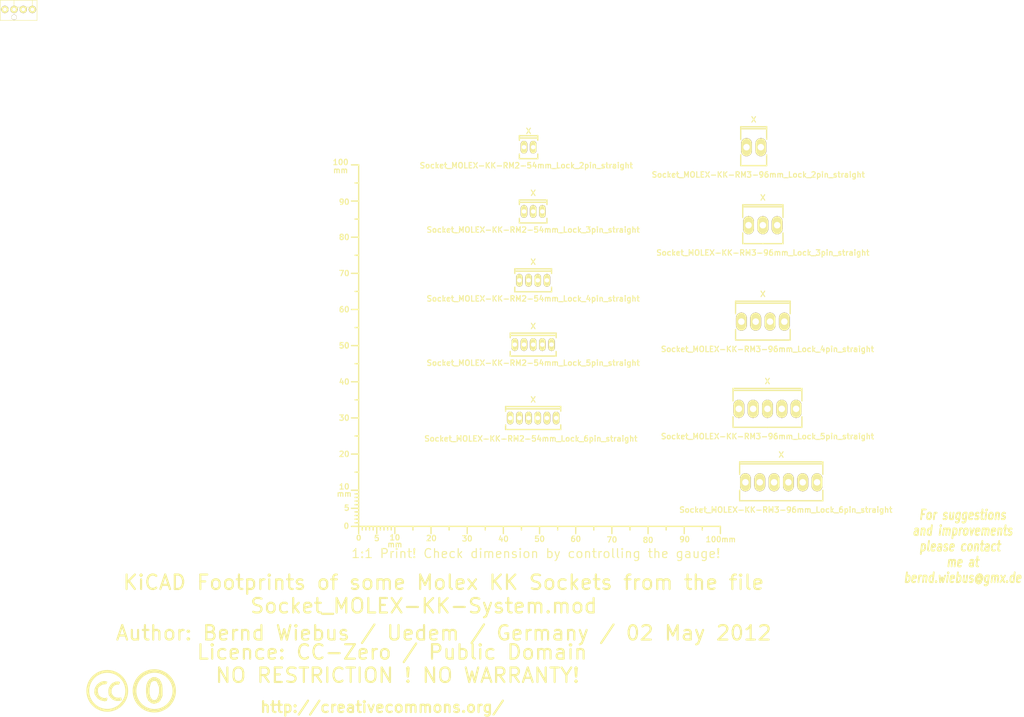
<source format=kicad_pcb>
(kicad_pcb (version 3) (host pcbnew "(2013-03-30 BZR 4007)-stable")

  (general
    (links 0)
    (no_connects 0)
    (area -13.40696 -31.671484 248.903066 197.6694)
    (thickness 1.6002)
    (drawings 7)
    (tracks 0)
    (zones 0)
    (modules 13)
    (nets 1)
  )

  (page A4)
  (layers
    (15 Vorderseite signal)
    (0 Rückseite signal)
    (16 B.Adhes user)
    (17 F.Adhes user)
    (18 B.Paste user)
    (19 F.Paste user)
    (20 B.SilkS user)
    (21 F.SilkS user)
    (22 B.Mask user)
    (23 F.Mask user)
    (24 Dwgs.User user)
    (25 Cmts.User user)
    (26 Eco1.User user)
    (27 Eco2.User user)
    (28 Edge.Cuts user)
  )

  (setup
    (last_trace_width 0.2032)
    (trace_clearance 0.254)
    (zone_clearance 0.508)
    (zone_45_only no)
    (trace_min 0.2032)
    (segment_width 0.381)
    (edge_width 0.381)
    (via_size 0.889)
    (via_drill 0.635)
    (via_min_size 0.889)
    (via_min_drill 0.508)
    (uvia_size 0.508)
    (uvia_drill 0.127)
    (uvias_allowed no)
    (uvia_min_size 0.508)
    (uvia_min_drill 0.127)
    (pcb_text_width 0.3048)
    (pcb_text_size 1.524 2.032)
    (mod_edge_width 0.381)
    (mod_text_size 1.524 1.524)
    (mod_text_width 0.3048)
    (pad_size 1.524 1.524)
    (pad_drill 0.8128)
    (pad_to_mask_clearance 0.254)
    (aux_axis_origin 0 0)
    (visible_elements 7FFFFFFF)
    (pcbplotparams
      (layerselection 3178497)
      (usegerberextensions true)
      (excludeedgelayer true)
      (linewidth 60)
      (plotframeref false)
      (viasonmask false)
      (mode 1)
      (useauxorigin false)
      (hpglpennumber 1)
      (hpglpenspeed 20)
      (hpglpendiameter 15)
      (hpglpenoverlay 0)
      (psnegative false)
      (psa4output false)
      (plotreference true)
      (plotvalue true)
      (plotothertext true)
      (plotinvisibletext false)
      (padsonsilk false)
      (subtractmaskfromsilk false)
      (outputformat 1)
      (mirror false)
      (drillshape 1)
      (scaleselection 1)
      (outputdirectory ""))
  )

  (net 0 "")

  (net_class Default "Dies ist die voreingestellte Netzklasse."
    (clearance 0.254)
    (trace_width 0.2032)
    (via_dia 0.889)
    (via_drill 0.635)
    (uvia_dia 0.508)
    (uvia_drill 0.127)
    (add_net "")
  )
  
  (module Socket_MOLEX_KK_47053-1000 (layer F.Cu) (tedit 576AB9A7)  
  (fp_text value 47053-1000 (at 0 -5.08) (layer F.Fab)
    (effects (font (size 1 1) (thickness 0.15)))
  )
    (fp_line (start -1.29 -0.64) (end 3.79 -0.64) (layer F.SilkS) (width 0.15))
    (fp_line (start 3.79 -0.64) (end 3.79 -2.54) (layer F.SilkS) (width 0.15))
    (fp_line (start 3.79 -2.54) (end -1.29 -2.54) (layer F.SilkS) (width 0.15))
    (fp_line (start -1.29 -0.64) (end -1.29 -2.54) (layer F.SilkS) (width 0.15))
    (fp_line (start -5.08 -2.54) (end -5.08 3.03) (layer F.SilkS) (width 0.15))
    (fp_line (start -5.08 3.03) (end 5.08 3.03) (layer F.SilkS) (width 0.15))
    (fp_line (start 5.08 3.03) (end 5.08 -2.54) (layer F.SilkS) (width 0.15))
    (fp_line (start 5.08 -2.54) (end -5.08 -2.54) (layer F.SilkS) (width 0.15))
    (pad 1 thru_hole circle (at -3.81 0) (size 2.032 2.032) (drill 1.016) (layers B.Cu F.SilkS B.Mask))
    (pad 2 thru_hole circle (at -1.27 0) (size 2.032 2.032) (drill 1.016) (layers B.Cu F.SilkS B.Mask))
    (pad 3 thru_hole circle (at 1.27 0) (size 2.032 2.032) (drill 1.016) (layers B.Cu F.SilkS B.Mask))
    (pad 4 thru_hole circle (at 3.81 0) (size 2.032 2.032) (drill 1.016) (layers B.Cu F.SilkS B.Mask))
    (pad 5 thru_hole circle (at -1.27 2.16) (size 1.4 1.4) (drill 1.25) (layers *.Cu *.Mask F.SilkS))
 )

  (module Gauge_100mm_Type2_SilkScreenTop_RevA_Date22Jun2010 (layer Vorderseite) (tedit 4D963937) (tstamp 4D88F07A)
    (at 94 143)
    (descr "Gauge, Massstab, 100mm, SilkScreenTop, Type 2,")
    (tags "Gauge, Massstab, 100mm, SilkScreenTop, Type 2,")
    (path Gauge_100mm_Type2_SilkScreenTop_RevA_Date22Jun2010)
    (fp_text reference MSC (at 4.0005 8.99922) (layer F.SilkS) hide
      (effects (font (size 1.524 1.524) (thickness 0.3048)))
    )
    (fp_text value Gauge_100mm_Type2_SilkScreenTop_RevA_Date22Jun2010 (at 45.9994 8.99922) (layer F.SilkS) hide
      (effects (font (size 1.524 1.524) (thickness 0.3048)))
    )
    (fp_text user mm (at 9.99998 5.00126) (layer F.SilkS)
      (effects (font (size 1.524 1.524) (thickness 0.3048)))
    )
    (fp_text user mm (at -4.0005 -8.99922) (layer F.SilkS)
      (effects (font (size 1.524 1.524) (thickness 0.3048)))
    )
    (fp_text user mm (at -5.00126 -98.5012) (layer F.SilkS)
      (effects (font (size 1.524 1.524) (thickness 0.3048)))
    )
    (fp_text user 10 (at 10.00506 3.0988) (layer F.SilkS)
      (effects (font (size 1.50114 1.50114) (thickness 0.29972)))
    )
    (fp_text user 0 (at 0.00508 3.19786) (layer F.SilkS)
      (effects (font (size 1.39954 1.50114) (thickness 0.29972)))
    )
    (fp_text user 5 (at 5.0038 3.29946) (layer F.SilkS)
      (effects (font (size 1.50114 1.50114) (thickness 0.29972)))
    )
    (fp_text user 20 (at 20.1041 3.29946) (layer F.SilkS)
      (effects (font (size 1.50114 1.50114) (thickness 0.29972)))
    )
    (fp_text user 30 (at 30.00502 3.39852) (layer F.SilkS)
      (effects (font (size 1.50114 1.50114) (thickness 0.29972)))
    )
    (fp_text user 40 (at 40.005 3.50012) (layer F.SilkS)
      (effects (font (size 1.50114 1.50114) (thickness 0.29972)))
    )
    (fp_text user 50 (at 50.00498 3.50012) (layer F.SilkS)
      (effects (font (size 1.50114 1.50114) (thickness 0.29972)))
    )
    (fp_text user 60 (at 60.00496 3.50012) (layer F.SilkS)
      (effects (font (size 1.50114 1.50114) (thickness 0.29972)))
    )
    (fp_text user 70 (at 70.00494 3.70078) (layer F.SilkS)
      (effects (font (size 1.50114 1.50114) (thickness 0.29972)))
    )
    (fp_text user 80 (at 80.00492 3.79984) (layer F.SilkS)
      (effects (font (size 1.50114 1.50114) (thickness 0.29972)))
    )
    (fp_text user 90 (at 90.1065 3.60172) (layer F.SilkS)
      (effects (font (size 1.50114 1.50114) (thickness 0.29972)))
    )
    (fp_text user 100mm (at 100.10648 3.60172) (layer F.SilkS)
      (effects (font (size 1.50114 1.50114) (thickness 0.29972)))
    )
    (fp_line (start 0 -8.99922) (end -1.00076 -8.99922) (layer F.SilkS) (width 0.381))
    (fp_line (start 0 -8.001) (end -1.00076 -8.001) (layer F.SilkS) (width 0.381))
    (fp_line (start 0 -7.00024) (end -1.00076 -7.00024) (layer F.SilkS) (width 0.381))
    (fp_line (start 0 -5.99948) (end -1.00076 -5.99948) (layer F.SilkS) (width 0.381))
    (fp_line (start 0 -4.0005) (end -1.00076 -4.0005) (layer F.SilkS) (width 0.381))
    (fp_line (start 0 -2.99974) (end -1.00076 -2.99974) (layer F.SilkS) (width 0.381))
    (fp_line (start 0 -1.99898) (end -1.00076 -1.99898) (layer F.SilkS) (width 0.381))
    (fp_line (start 0 -1.00076) (end -1.00076 -1.00076) (layer F.SilkS) (width 0.381))
    (fp_line (start 0 0) (end -1.99898 0) (layer F.SilkS) (width 0.381))
    (fp_line (start 0 -5.00126) (end -1.99898 -5.00126) (layer F.SilkS) (width 0.381))
    (fp_line (start 0 -9.99998) (end -1.99898 -9.99998) (layer F.SilkS) (width 0.381))
    (fp_line (start 0 -15.00124) (end -1.00076 -15.00124) (layer F.SilkS) (width 0.381))
    (fp_line (start 0 -19.99996) (end -1.99898 -19.99996) (layer F.SilkS) (width 0.381))
    (fp_line (start 0 -25.00122) (end -1.00076 -25.00122) (layer F.SilkS) (width 0.381))
    (fp_line (start 0 -29.99994) (end -1.99898 -29.99994) (layer F.SilkS) (width 0.381))
    (fp_line (start 0 -35.0012) (end -1.00076 -35.0012) (layer F.SilkS) (width 0.381))
    (fp_line (start 0 -39.99992) (end -1.99898 -39.99992) (layer F.SilkS) (width 0.381))
    (fp_line (start 0 -45.00118) (end -1.00076 -45.00118) (layer F.SilkS) (width 0.381))
    (fp_line (start 0 -49.9999) (end -1.99898 -49.9999) (layer F.SilkS) (width 0.381))
    (fp_line (start 0 -55.00116) (end -1.00076 -55.00116) (layer F.SilkS) (width 0.381))
    (fp_line (start 0 -59.99988) (end -1.99898 -59.99988) (layer F.SilkS) (width 0.381))
    (fp_line (start 0 -65.00114) (end -1.00076 -65.00114) (layer F.SilkS) (width 0.381))
    (fp_line (start 0 -69.99986) (end -1.99898 -69.99986) (layer F.SilkS) (width 0.381))
    (fp_line (start 0 -75.00112) (end -1.00076 -75.00112) (layer F.SilkS) (width 0.381))
    (fp_line (start 0 -79.99984) (end -1.99898 -79.99984) (layer F.SilkS) (width 0.381))
    (fp_line (start 0 -85.0011) (end -1.00076 -85.0011) (layer F.SilkS) (width 0.381))
    (fp_line (start 0 -89.99982) (end -1.99898 -89.99982) (layer F.SilkS) (width 0.381))
    (fp_line (start 0 -95.00108) (end -1.00076 -95.00108) (layer F.SilkS) (width 0.381))
    (fp_line (start 0 0) (end 0 -99.9998) (layer F.SilkS) (width 0.381))
    (fp_line (start 0 -99.9998) (end -1.99898 -99.9998) (layer F.SilkS) (width 0.381))
    (fp_text user 100 (at -4.99872 -100.7491) (layer F.SilkS)
      (effects (font (size 1.50114 1.50114) (thickness 0.29972)))
    )
    (fp_text user 90 (at -4.0005 -89.7509) (layer F.SilkS)
      (effects (font (size 1.50114 1.50114) (thickness 0.29972)))
    )
    (fp_text user 80 (at -4.0005 -79.99984) (layer F.SilkS)
      (effects (font (size 1.50114 1.50114) (thickness 0.29972)))
    )
    (fp_text user 70 (at -4.0005 -69.99986) (layer F.SilkS)
      (effects (font (size 1.50114 1.50114) (thickness 0.29972)))
    )
    (fp_text user 60 (at -4.0005 -59.99988) (layer F.SilkS)
      (effects (font (size 1.50114 1.50114) (thickness 0.29972)))
    )
    (fp_text user 50 (at -4.0005 -49.9999) (layer F.SilkS)
      (effects (font (size 1.50114 1.50114) (thickness 0.34036)))
    )
    (fp_text user 40 (at -4.0005 -39.99992) (layer F.SilkS)
      (effects (font (size 1.50114 1.50114) (thickness 0.29972)))
    )
    (fp_text user 30 (at -4.0005 -29.99994) (layer F.SilkS)
      (effects (font (size 1.50114 1.50114) (thickness 0.29972)))
    )
    (fp_text user 20 (at -4.0005 -19.99996) (layer F.SilkS)
      (effects (font (size 1.50114 1.50114) (thickness 0.29972)))
    )
    (fp_line (start 95.00108 0) (end 95.00108 1.00076) (layer F.SilkS) (width 0.381))
    (fp_line (start 89.99982 0) (end 89.99982 1.99898) (layer F.SilkS) (width 0.381))
    (fp_line (start 85.0011 0) (end 85.0011 1.00076) (layer F.SilkS) (width 0.381))
    (fp_line (start 79.99984 0) (end 79.99984 1.99898) (layer F.SilkS) (width 0.381))
    (fp_line (start 75.00112 0) (end 75.00112 1.00076) (layer F.SilkS) (width 0.381))
    (fp_line (start 69.99986 0) (end 69.99986 1.99898) (layer F.SilkS) (width 0.381))
    (fp_line (start 65.00114 0) (end 65.00114 1.00076) (layer F.SilkS) (width 0.381))
    (fp_line (start 59.99988 0) (end 59.99988 1.99898) (layer F.SilkS) (width 0.381))
    (fp_line (start 55.00116 0) (end 55.00116 1.00076) (layer F.SilkS) (width 0.381))
    (fp_line (start 49.9999 0) (end 49.9999 1.99898) (layer F.SilkS) (width 0.381))
    (fp_line (start 45.00118 0) (end 45.00118 1.00076) (layer F.SilkS) (width 0.381))
    (fp_line (start 39.99992 0) (end 39.99992 1.99898) (layer F.SilkS) (width 0.381))
    (fp_line (start 35.0012 0) (end 35.0012 1.00076) (layer F.SilkS) (width 0.381))
    (fp_line (start 29.99994 0) (end 29.99994 1.99898) (layer F.SilkS) (width 0.381))
    (fp_line (start 25.00122 0) (end 25.00122 1.00076) (layer F.SilkS) (width 0.381))
    (fp_line (start 19.99996 0) (end 19.99996 1.99898) (layer F.SilkS) (width 0.381))
    (fp_line (start 15.00124 0) (end 15.00124 1.00076) (layer F.SilkS) (width 0.381))
    (fp_line (start 9.99998 0) (end 99.9998 0) (layer F.SilkS) (width 0.381))
    (fp_line (start 99.9998 0) (end 99.9998 1.99898) (layer F.SilkS) (width 0.381))
    (fp_text user 5 (at -3.302 -5.10286) (layer F.SilkS)
      (effects (font (size 1.50114 1.50114) (thickness 0.29972)))
    )
    (fp_text user 0 (at -3.4036 -0.10414) (layer F.SilkS)
      (effects (font (size 1.50114 1.50114) (thickness 0.29972)))
    )
    (fp_text user 10 (at -4.0005 -11.00074) (layer F.SilkS)
      (effects (font (size 1.50114 1.50114) (thickness 0.29972)))
    )
    (fp_line (start 8.99922 0) (end 8.99922 1.00076) (layer F.SilkS) (width 0.381))
    (fp_line (start 8.001 0) (end 8.001 1.00076) (layer F.SilkS) (width 0.381))
    (fp_line (start 7.00024 0) (end 7.00024 1.00076) (layer F.SilkS) (width 0.381))
    (fp_line (start 5.99948 0) (end 5.99948 1.00076) (layer F.SilkS) (width 0.381))
    (fp_line (start 4.0005 0) (end 4.0005 1.00076) (layer F.SilkS) (width 0.381))
    (fp_line (start 2.99974 0) (end 2.99974 1.00076) (layer F.SilkS) (width 0.381))
    (fp_line (start 1.99898 0) (end 1.99898 1.00076) (layer F.SilkS) (width 0.381))
    (fp_line (start 1.00076 0) (end 1.00076 1.00076) (layer F.SilkS) (width 0.381))
    (fp_line (start 5.00126 0) (end 5.00126 1.99898) (layer F.SilkS) (width 0.381))
    (fp_line (start 0 0) (end 0 1.99898) (layer F.SilkS) (width 0.381))
    (fp_line (start 0 0) (end 9.99998 0) (layer F.SilkS) (width 0.381))
    (fp_line (start 9.99998 0) (end 9.99998 1.99898) (layer F.SilkS) (width 0.381))
  )

  (module Socket_MOLEX-KK-RM2-54mm_Lock_2pin_straight (layer Vorderseite) (tedit 4C373BBD) (tstamp 4FA16EDD)
    (at 140.97 38.1)
    (descr "Socket, MOLEX, KK, RM 2.54mm, Lock, 2pin, straight,")
    (tags "Socket, MOLEX, KK, RM 2.54mm, Lock, 2pin, straight,")
    (path Socket_MOLEX-KK-RM2-54mm_Lock_2pin_straight)
    (fp_text reference X (at 0 -4.445) (layer F.SilkS)
      (effects (font (size 1.524 1.524) (thickness 0.3048)))
    )
    (fp_text value Socket_MOLEX-KK-RM2-54mm_Lock_2pin_straight (at -0.635 5.08) (layer F.SilkS)
      (effects (font (size 1.524 1.524) (thickness 0.3048)))
    )
    (fp_line (start -2.54 -2.54) (end 2.54 -2.54) (layer F.SilkS) (width 0.381))
    (fp_line (start 2.54 3.175) (end 2.54 1.905) (layer F.SilkS) (width 0.381))
    (fp_line (start 2.54 -2.54) (end 2.54 -1.905) (layer F.SilkS) (width 0.381))
    (fp_line (start -2.54 2.54) (end -2.54 1.905) (layer F.SilkS) (width 0.381))
    (fp_line (start -2.54 -2.54) (end -2.54 -1.905) (layer F.SilkS) (width 0.381))
    (fp_line (start -2.54 -2.54) (end -2.54 -3.175) (layer F.SilkS) (width 0.381))
    (fp_line (start -2.54 -3.175) (end 2.54 -3.175) (layer F.SilkS) (width 0.381))
    (fp_line (start 2.54 -3.175) (end 2.54 -2.54) (layer F.SilkS) (width 0.381))
    (fp_line (start 2.54 3.175) (end -2.54 3.175) (layer F.SilkS) (width 0.381))
    (fp_line (start -2.54 3.175) (end -2.54 2.54) (layer F.SilkS) (width 0.381))
    (pad 1 thru_hole oval (at -1.27 0) (size 1.80086 3.50012) (drill 1.19888)
      (layers *.Cu *.Mask F.SilkS)
    )
    (pad 2 thru_hole oval (at 1.27 0) (size 1.80086 3.50012) (drill 1.19888)
      (layers *.Cu *.Mask F.SilkS)
    )
  )

  (module Socket_MOLEX-KK-RM2-54mm_Lock_3pin_straight (layer Vorderseite) (tedit 4C373BCF) (tstamp 4FA16EE5)
    (at 142.24 55.88)
    (descr "Socket, MOLEX, KK, RM 2.54mm, Lock, 3pin, straight,")
    (tags "Socket, MOLEX, KK, RM 2.54mm, Lock, 3pin, straight,")
    (path Socket_MOLEX-KK-RM2-54mm_Lock_3pin_straight)
    (fp_text reference X (at 0 -5.08) (layer F.SilkS)
      (effects (font (size 1.524 1.524) (thickness 0.3048)))
    )
    (fp_text value Socket_MOLEX-KK-RM2-54mm_Lock_3pin_straight (at 0 5.08) (layer F.SilkS)
      (effects (font (size 1.524 1.524) (thickness 0.3048)))
    )
    (fp_line (start 3.81 -2.54) (end -3.81 -2.54) (layer F.SilkS) (width 0.381))
    (fp_line (start 3.81 1.905) (end 3.81 3.175) (layer F.SilkS) (width 0.381))
    (fp_line (start -3.81 -1.905) (end -3.81 -3.175) (layer F.SilkS) (width 0.381))
    (fp_line (start -3.81 -3.175) (end 3.81 -3.175) (layer F.SilkS) (width 0.381))
    (fp_line (start 3.81 -3.175) (end 3.81 -1.905) (layer F.SilkS) (width 0.381))
    (fp_line (start 3.81 3.175) (end -3.81 3.175) (layer F.SilkS) (width 0.381))
    (fp_line (start -3.81 3.175) (end -3.81 1.905) (layer F.SilkS) (width 0.381))
    (pad 1 thru_hole oval (at -2.54 0) (size 1.80086 3.50012) (drill 1.19888)
      (layers *.Cu *.Mask F.SilkS)
    )
    (pad 2 thru_hole oval (at 0 0) (size 1.80086 3.50012) (drill 1.19888)
      (layers *.Cu *.Mask F.SilkS)
    )
    (pad 3 thru_hole oval (at 2.54 0) (size 1.80086 3.50012) (drill 1.19888)
      (layers *.Cu *.Mask F.SilkS)
    )
  )

  (module Socket_MOLEX-KK-RM2-54mm_Lock_4pin_straight (layer Vorderseite) (tedit 4C373BEA) (tstamp 4FA16EF7)
    (at 142.24 74.93)
    (descr "Socket, MOLEX, KK, RM 2.54mm, Lock, 4pin, straight,")
    (tags "Socket, MOLEX, KK, RM 2.54mm, Lock, 4pin, straight,")
    (path Socket_MOLEX-KK-RM2-54mm_Lock_4pin_straight)
    (fp_text reference X (at 0 -5.08) (layer F.SilkS)
      (effects (font (size 1.524 1.524) (thickness 0.3048)))
    )
    (fp_text value Socket_MOLEX-KK-RM2-54mm_Lock_4pin_straight (at 0 5.08) (layer F.SilkS)
      (effects (font (size 1.524 1.524) (thickness 0.3048)))
    )
    (fp_line (start 5.08 -2.54) (end -5.08 -2.54) (layer F.SilkS) (width 0.381))
    (fp_line (start 5.08 1.905) (end 5.08 3.175) (layer F.SilkS) (width 0.381))
    (fp_line (start -5.08 -1.905) (end -5.08 -3.175) (layer F.SilkS) (width 0.381))
    (fp_line (start -5.08 -3.175) (end 5.08 -3.175) (layer F.SilkS) (width 0.381))
    (fp_line (start 5.08 -3.175) (end 5.08 -1.905) (layer F.SilkS) (width 0.381))
    (fp_line (start 5.08 3.175) (end -5.08 3.175) (layer F.SilkS) (width 0.381))
    (fp_line (start -5.08 3.175) (end -5.08 1.905) (layer F.SilkS) (width 0.381))
    (pad 1 thru_hole oval (at -3.81 0) (size 1.80086 3.50012) (drill 1.19888)
      (layers *.Cu *.Mask F.SilkS)
    )
    (pad 2 thru_hole oval (at -1.27 0) (size 1.80086 3.50012) (drill 1.19888)
      (layers *.Cu *.Mask F.SilkS)
    )
    (pad 3 thru_hole oval (at 1.27 0) (size 1.80086 3.50012) (drill 1.19888)
      (layers *.Cu *.Mask F.SilkS)
    )
    (pad 4 thru_hole oval (at 3.81 0) (size 1.80086 3.50012) (drill 1.19888)
      (layers *.Cu *.Mask F.SilkS)
    )
  )

  (module Socket_MOLEX-KK-RM2-54mm_Lock_5pin_straight (layer Vorderseite) (tedit 4C373BFD) (tstamp 4FA16F02)
    (at 142.24 92.71)
    (descr "Socket, MOLEX, KK, RM 2.54mm, Lock, 5pin, straight,")
    (tags "Socket, MOLEX, KK, RM 2.54mm, Lock, 5pin, straight,")
    (path Socket_MOLEX-KK-RM2-54mm_Lock_5pin_straight)
    (fp_text reference X (at 0 -5.08) (layer F.SilkS)
      (effects (font (size 1.524 1.524) (thickness 0.3048)))
    )
    (fp_text value Socket_MOLEX-KK-RM2-54mm_Lock_5pin_straight (at 0 5.08) (layer F.SilkS)
      (effects (font (size 1.524 1.524) (thickness 0.3048)))
    )
    (fp_line (start 6.35 3.175) (end 6.35 1.905) (layer F.SilkS) (width 0.381))
    (fp_line (start 6.35 -2.54) (end -6.35 -2.54) (layer F.SilkS) (width 0.381))
    (fp_line (start -6.35 -3.175) (end 6.35 -3.175) (layer F.SilkS) (width 0.381))
    (fp_line (start 6.35 -1.905) (end 6.35 -3.175) (layer F.SilkS) (width 0.381))
    (fp_line (start -6.35 -1.905) (end -6.35 -3.175) (layer F.SilkS) (width 0.381))
    (fp_line (start 6.35 3.175) (end -6.35 3.175) (layer F.SilkS) (width 0.381))
    (fp_line (start -6.35 3.175) (end -6.35 1.905) (layer F.SilkS) (width 0.381))
    (pad 1 thru_hole oval (at -5.08 0) (size 1.80086 3.50012) (drill 1.19888)
      (layers *.Cu *.Mask F.SilkS)
    )
    (pad 2 thru_hole oval (at -2.54 0) (size 1.80086 3.50012) (drill 1.19888)
      (layers *.Cu *.Mask F.SilkS)
    )
    (pad 3 thru_hole oval (at 0 0) (size 1.80086 3.50012) (drill 1.19888)
      (layers *.Cu *.Mask F.SilkS)
    )
    (pad 4 thru_hole oval (at 2.54 0) (size 1.80086 3.50012) (drill 1.19888)
      (layers *.Cu *.Mask F.SilkS)
    )
    (pad 5 thru_hole oval (at 5.08 0) (size 1.80086 3.50012) (drill 1.19888)
      (layers *.Cu *.Mask F.SilkS)
    )
  )

  (module Socket_MOLEX-KK-RM2-54mm_Lock_6pin_straight (layer Vorderseite) (tedit 4C373B8D) (tstamp 4FA16F0B)
    (at 142.24 113.03)
    (descr "Socket, MOLEX, KK, RM 2.54mm, Lock, 6pin, straight,")
    (tags "Socket, MOLEX, KK, RM 2.54mm, Lock, 6pin, straight,")
    (path Socket_MOLEX-KK-RM2-54mm_Lock_6pin_straight)
    (fp_text reference X (at 0 -5.08) (layer F.SilkS)
      (effects (font (size 1.524 1.524) (thickness 0.3048)))
    )
    (fp_text value Socket_MOLEX-KK-RM2-54mm_Lock_6pin_straight (at -0.635 5.715) (layer F.SilkS)
      (effects (font (size 1.524 1.524) (thickness 0.3048)))
    )
    (fp_line (start 7.62 3.175) (end 7.62 1.905) (layer F.SilkS) (width 0.381))
    (fp_line (start 7.62 -2.54) (end -7.62 -2.54) (layer F.SilkS) (width 0.381))
    (fp_line (start -7.62 -1.905) (end -7.62 -3.175) (layer F.SilkS) (width 0.381))
    (fp_line (start -7.62 -3.175) (end 7.62 -3.175) (layer F.SilkS) (width 0.381))
    (fp_line (start 7.62 -3.175) (end 7.62 -1.905) (layer F.SilkS) (width 0.381))
    (fp_line (start -7.62 3.175) (end -7.62 1.905) (layer F.SilkS) (width 0.381))
    (fp_line (start 7.62 3.175) (end -7.62 3.175) (layer F.SilkS) (width 0.381))
    (pad 1 thru_hole oval (at -6.35 0) (size 1.80086 3.50012) (drill 1.19888)
      (layers *.Cu *.Mask F.SilkS)
    )
    (pad 2 thru_hole oval (at -3.81 0) (size 1.80086 3.50012) (drill 1.19888)
      (layers *.Cu *.Mask F.SilkS)
    )
    (pad 3 thru_hole oval (at -1.27 0) (size 1.80086 3.50012) (drill 1.19888)
      (layers *.Cu *.Mask F.SilkS)
    )
    (pad 4 thru_hole oval (at 1.27 0) (size 1.80086 3.50012) (drill 1.19888)
      (layers *.Cu *.Mask F.SilkS)
    )
    (pad 5 thru_hole oval (at 3.81 0) (size 1.80086 3.50012) (drill 1.19888)
      (layers *.Cu *.Mask F.SilkS)
    )
    (pad 6 thru_hole oval (at 6.35 0) (size 1.80086 3.50012) (drill 1.19888)
      (layers *.Cu *.Mask F.SilkS)
    )
  )

  (module Socket_MOLEX-KK-RM3-96mm_Lock_2pin_straight (layer Vorderseite) (tedit 4C37253F) (tstamp 4FA16F19)
    (at 203.2 38.1)
    (descr "Socket, MOLEX, KK, RM 3.96mm, Lock, 2pin, straight,")
    (tags "Socket, MOLEX, KK, RM 3.96mm, Lock, 2pin, straight,")
    (path Socket_MOLEX-KK-RM3-96mm_Lock_2pin_straight)
    (fp_text reference X (at 0 -7.62) (layer F.SilkS)
      (effects (font (size 1.524 1.524) (thickness 0.3048)))
    )
    (fp_text value Socket_MOLEX-KK-RM3-96mm_Lock_2pin_straight (at 1.27 7.62) (layer F.SilkS)
      (effects (font (size 1.524 1.524) (thickness 0.3048)))
    )
    (fp_line (start 3.57886 -5.10032) (end 3.57886 -5.64896) (layer F.SilkS) (width 0.381))
    (fp_line (start 3.57886 -5.64896) (end -3.57886 -5.64896) (layer F.SilkS) (width 0.381))
    (fp_line (start -3.57886 -5.64896) (end -3.57886 -5.10032) (layer F.SilkS) (width 0.381))
    (fp_line (start -3.57886 2.1209) (end -3.57886 5.10032) (layer F.SilkS) (width 0.381))
    (fp_line (start -3.57886 5.10032) (end 3.57886 5.10032) (layer F.SilkS) (width 0.381))
    (fp_line (start 3.57886 -2.17932) (end 3.57886 -5.10032) (layer F.SilkS) (width 0.381))
    (fp_line (start 3.57886 -5.10032) (end -3.57886 -5.10032) (layer F.SilkS) (width 0.381))
    (fp_line (start -3.57886 -5.10032) (end -3.57886 -2.1209) (layer F.SilkS) (width 0.381))
    (fp_line (start 3.57886 5.10032) (end 3.57886 2.1209) (layer F.SilkS) (width 0.381))
    (pad 1 thru_hole oval (at -1.9812 0) (size 2.99974 5.00126) (drill 1.80086)
      (layers *.Cu *.Mask F.SilkS)
    )
    (pad 2 thru_hole oval (at 1.9812 0) (size 2.99974 5.00126) (drill 1.80086)
      (layers *.Cu *.Mask F.SilkS)
    )
  )

  (module Socket_MOLEX-KK-RM3-96mm_Lock_3pin_straight (layer Vorderseite) (tedit 4C37252D) (tstamp 4FA16F20)
    (at 205.74 59.69)
    (descr "Socket, MOLEX, KK, RM 3.96mm, Lock, 3pin, straight,")
    (tags "Socket, MOLEX, KK, RM 3.96mm, Lock, 3pin, straight,")
    (path Socket_MOLEX-KK-RM3-96mm_Lock_3pin_straight)
    (fp_text reference X (at 0 -7.62) (layer F.SilkS)
      (effects (font (size 1.524 1.524) (thickness 0.3048)))
    )
    (fp_text value Socket_MOLEX-KK-RM3-96mm_Lock_3pin_straight (at 0 7.62) (layer F.SilkS)
      (effects (font (size 1.524 1.524) (thickness 0.3048)))
    )
    (fp_line (start -5.56006 -5.64896) (end -5.56006 -5.10032) (layer F.SilkS) (width 0.381))
    (fp_line (start 5.56006 -5.10032) (end 5.56006 -5.64896) (layer F.SilkS) (width 0.381))
    (fp_line (start 5.56006 -5.64896) (end -5.56006 -5.64896) (layer F.SilkS) (width 0.381))
    (fp_line (start -5.56006 2.13106) (end -5.56006 5.10032) (layer F.SilkS) (width 0.381))
    (fp_line (start -5.56006 5.10032) (end 0 5.10032) (layer F.SilkS) (width 0.381))
    (fp_line (start 5.56006 -2.13106) (end 5.56006 -5.10032) (layer F.SilkS) (width 0.381))
    (fp_line (start 5.56006 -5.10032) (end -5.56006 -5.10032) (layer F.SilkS) (width 0.381))
    (fp_line (start -5.56006 -5.10032) (end -5.56006 -2.13106) (layer F.SilkS) (width 0.381))
    (fp_line (start 0 5.10032) (end 5.56006 5.10032) (layer F.SilkS) (width 0.381))
    (fp_line (start 5.56006 5.10032) (end 5.56006 2.13106) (layer F.SilkS) (width 0.381))
    (pad 1 thru_hole oval (at -3.95986 0) (size 2.99974 5.00126) (drill 1.80086)
      (layers *.Cu *.Mask F.SilkS)
    )
    (pad 2 thru_hole oval (at 0 0) (size 2.99974 5.00126) (drill 1.80086)
      (layers *.Cu *.Mask F.SilkS)
    )
    (pad 3 thru_hole oval (at 3.95986 0) (size 2.99974 5.00126) (drill 1.80086)
      (layers *.Cu *.Mask F.SilkS)
    )
  )

  (module Socket_MOLEX-KK-RM3-96mm_Lock_4pin_straight (layer Vorderseite) (tedit 4C3728EC) (tstamp 4FA16F27)
    (at 205.74 86.36)
    (descr "Socket, MOLEX, KK, RM 3.96mm, Lock, 4pin, straight,")
    (tags "Socket, MOLEX, KK, RM 3.96mm, Lock, 4pin, straight,")
    (path Socket_MOLEX-KK-RM3-96mm_Lock_4pin_straight)
    (fp_text reference X (at 0 -7.62) (layer F.SilkS)
      (effects (font (size 1.524 1.524) (thickness 0.3048)))
    )
    (fp_text value Socket_MOLEX-KK-RM3-96mm_Lock_4pin_straight (at 1.27 7.62) (layer F.SilkS)
      (effects (font (size 1.524 1.524) (thickness 0.3048)))
    )
    (fp_line (start 7.54126 -5.10032) (end 7.54126 -5.64896) (layer F.SilkS) (width 0.381))
    (fp_line (start 7.54126 -5.64896) (end -7.54126 -5.64896) (layer F.SilkS) (width 0.381))
    (fp_line (start -7.54126 -5.64896) (end -7.54126 -5.10032) (layer F.SilkS) (width 0.381))
    (fp_line (start -7.54126 2.19964) (end -7.54126 5.10032) (layer F.SilkS) (width 0.381))
    (fp_line (start -7.54126 5.10032) (end 3.56108 5.10032) (layer F.SilkS) (width 0.381))
    (fp_line (start 7.54126 -2.19964) (end 7.54126 -5.10032) (layer F.SilkS) (width 0.381))
    (fp_line (start 7.54126 -5.10032) (end -7.54126 -5.10032) (layer F.SilkS) (width 0.381))
    (fp_line (start -7.54126 -5.10032) (end -7.54126 -2.19964) (layer F.SilkS) (width 0.381))
    (fp_line (start 3.56108 5.10032) (end 5.94106 5.10032) (layer F.SilkS) (width 0.381))
    (fp_line (start 5.94106 5.10032) (end 7.54126 5.10032) (layer F.SilkS) (width 0.381))
    (fp_line (start 7.54126 5.10032) (end 7.54126 2.19964) (layer F.SilkS) (width 0.381))
    (pad 2 thru_hole oval (at -1.9812 0) (size 2.99974 5.00126) (drill 1.80086)
      (layers *.Cu *.Mask F.SilkS)
    )
    (pad 3 thru_hole oval (at 1.9812 0) (size 2.99974 5.00126) (drill 1.80086)
      (layers *.Cu *.Mask F.SilkS)
    )
    (pad 1 thru_hole oval (at -5.94106 0) (size 2.99974 5.00126) (drill 1.80086)
      (layers *.Cu *.Mask F.SilkS)
    )
    (pad 4 thru_hole oval (at 5.94106 0) (size 2.99974 5.00126) (drill 1.80086)
      (layers *.Cu *.Mask F.SilkS)
    )
  )

  (module Socket_MOLEX-KK-RM3-96mm_Lock_5pin_straight (layer Vorderseite) (tedit 4C372C85) (tstamp 4FA16F35)
    (at 207.01 110.49)
    (descr "Socket, MOLEX, KK, RM 3.96mm, Lock, 5pin, straight,")
    (tags "Socket, MOLEX, KK, RM 3.96mm, Lock, 5pin, straight,")
    (path Socket_MOLEX-KK-RM3-96mm_Lock_5pin_straight)
    (fp_text reference X (at 0 -7.62) (layer F.SilkS)
      (effects (font (size 1.524 1.524) (thickness 0.3048)))
    )
    (fp_text value Socket_MOLEX-KK-RM3-96mm_Lock_5pin_straight (at 0 7.62) (layer F.SilkS)
      (effects (font (size 1.524 1.524) (thickness 0.3048)))
    )
    (fp_line (start 9.51992 -5.10032) (end 9.51992 -5.4991) (layer F.SilkS) (width 0.381))
    (fp_line (start 9.51992 -5.4991) (end 9.51992 -5.64896) (layer F.SilkS) (width 0.381))
    (fp_line (start 9.51992 -5.64896) (end -9.51992 -5.64896) (layer F.SilkS) (width 0.381))
    (fp_line (start -9.51992 -5.64896) (end -9.51992 -5.10032) (layer F.SilkS) (width 0.381))
    (fp_line (start -9.51992 2.19964) (end -9.51992 5.10032) (layer F.SilkS) (width 0.381))
    (fp_line (start -9.51992 5.10032) (end 0 5.10032) (layer F.SilkS) (width 0.381))
    (fp_line (start 9.51992 -2.19964) (end 9.51992 -5.10032) (layer F.SilkS) (width 0.381))
    (fp_line (start 9.51992 -5.10032) (end -9.51992 -5.10032) (layer F.SilkS) (width 0.381))
    (fp_line (start -9.51992 -5.10032) (end -9.51992 -2.19964) (layer F.SilkS) (width 0.381))
    (fp_line (start 0 5.10032) (end 9.51992 5.10032) (layer F.SilkS) (width 0.381))
    (fp_line (start 9.51992 5.10032) (end 9.51992 2.19964) (layer F.SilkS) (width 0.381))
    (pad 2 thru_hole oval (at -3.95986 0) (size 2.99974 5.00126) (drill 1.80086)
      (layers *.Cu *.Mask F.SilkS)
    )
    (pad 3 thru_hole oval (at 0 0) (size 2.99974 5.00126) (drill 1.80086)
      (layers *.Cu *.Mask F.SilkS)
    )
    (pad 4 thru_hole oval (at 3.95986 0) (size 2.99974 5.00126) (drill 1.80086)
      (layers *.Cu *.Mask F.SilkS)
    )
    (pad 5 thru_hole oval (at 7.91972 0) (size 2.99974 5.00126) (drill 1.80086)
      (layers *.Cu *.Mask F.SilkS)
    )
    (pad 1 thru_hole oval (at -7.91972 0) (size 2.99974 5.00126) (drill 1.80086)
      (layers *.Cu *.Mask F.SilkS)
    )
  )

  (module Socket_MOLEX-KK-RM3-96mm_Lock_6pin_straight (layer Vorderseite) (tedit 4C373645) (tstamp 4FA16F3D)
    (at 210.82 130.81)
    (descr "Socket, MOLEX, KK, RM 3.96mm, Lock, 6pin, straight,")
    (tags "Socket, MOLEX, KK, RM 3.96mm, Lock, 6pin, straight,")
    (path Socket_MOLEX-KK-RM3-96mm_Lock_6pin_straight)
    (fp_text reference X (at 0 -7.62) (layer F.SilkS)
      (effects (font (size 1.524 1.524) (thickness 0.3048)))
    )
    (fp_text value Socket_MOLEX-KK-RM3-96mm_Lock_6pin_straight (at 1.27 7.62) (layer F.SilkS)
      (effects (font (size 1.524 1.524) (thickness 0.3048)))
    )
    (fp_line (start 11.50112 -5.10032) (end 11.50112 -5.64896) (layer F.SilkS) (width 0.381))
    (fp_line (start 11.50112 -5.64896) (end -11.50112 -5.64896) (layer F.SilkS) (width 0.381))
    (fp_line (start -11.50112 -5.64896) (end -11.50112 -5.10032) (layer F.SilkS) (width 0.381))
    (fp_line (start -11.50112 2.19964) (end -11.50112 5.10032) (layer F.SilkS) (width 0.381))
    (fp_line (start -11.50112 5.10032) (end 11.50112 5.10032) (layer F.SilkS) (width 0.381))
    (fp_line (start 11.50112 -2.19964) (end 11.50112 -5.10032) (layer F.SilkS) (width 0.381))
    (fp_line (start 11.50112 -5.10032) (end -11.50112 -5.10032) (layer F.SilkS) (width 0.381))
    (fp_line (start -11.50112 -5.10032) (end -11.50112 -2.19964) (layer F.SilkS) (width 0.381))
    (fp_line (start 11.50112 5.10032) (end 11.50112 2.19964) (layer F.SilkS) (width 0.381))
    (pad 3 thru_hole oval (at -1.9812 0) (size 2.99974 5.00126) (drill 1.80086)
      (layers *.Cu *.Mask F.SilkS)
    )
    (pad 4 thru_hole oval (at 1.9812 0) (size 2.99974 5.00126) (drill 1.80086)
      (layers *.Cu *.Mask F.SilkS)
    )
    (pad 2 thru_hole oval (at -5.94106 0) (size 2.99974 5.00126) (drill 1.80086)
      (layers *.Cu *.Mask F.SilkS)
    )
    (pad 5 thru_hole oval (at 5.94106 0) (size 2.99974 5.00126) (drill 1.80086)
      (layers *.Cu *.Mask F.SilkS)
    )
    (pad 1 thru_hole oval (at -9.90092 0) (size 2.99974 5.00126) (drill 1.80086)
      (layers *.Cu *.Mask F.SilkS)
    )
    (pad 6 thru_hole oval (at 9.90092 0) (size 2.99974 5.00126) (drill 1.80086)
      (layers *.Cu *.Mask F.SilkS)
    )
  )

  (module Symbol_CC-PublicDomain_SilkScreenTop_Big (layer Vorderseite) (tedit 515D641F) (tstamp 515F0B64)
    (at 37.5 188.5)
    (descr "Symbol, CC-PublicDomain, SilkScreen Top, Big,")
    (tags "Symbol, CC-PublicDomain, SilkScreen Top, Big,")
    (path Symbol_CC-Noncommercial_CopperTop_Big)
    (fp_text reference Sym (at 0.59944 -7.29996) (layer F.SilkS) hide
      (effects (font (size 1.524 1.524) (thickness 0.3048)))
    )
    (fp_text value Symbol_CC-PublicDomain_SilkScreenTop_Big (at 0.59944 8.001) (layer F.SilkS) hide
      (effects (font (size 1.524 1.524) (thickness 0.3048)))
    )
    (fp_circle (center 0 0) (end 5.8 -0.05) (layer F.SilkS) (width 0.381))
    (fp_circle (center 0 0) (end 5.5 0) (layer F.SilkS) (width 0.381))
    (fp_circle (center 0.05 0) (end 5.25 0) (layer F.SilkS) (width 0.381))
    (fp_line (start 1.1 -2.5) (end 1.4 -1.9) (layer F.SilkS) (width 0.381))
    (fp_line (start -1.8 1.2) (end -1.6 1.9) (layer F.SilkS) (width 0.381))
    (fp_line (start -1.6 1.9) (end -1.2 2.5) (layer F.SilkS) (width 0.381))
    (fp_line (start 0 -3) (end 0.75 -2.75) (layer F.SilkS) (width 0.381))
    (fp_line (start 0.75 -2.75) (end 1 -2.25) (layer F.SilkS) (width 0.381))
    (fp_line (start 1 -2.25) (end 1.5 -1) (layer F.SilkS) (width 0.381))
    (fp_line (start 1.5 -1) (end 1.5 -0.5) (layer F.SilkS) (width 0.381))
    (fp_line (start 1.5 -0.5) (end 1.5 0.5) (layer F.SilkS) (width 0.381))
    (fp_line (start 1.5 0.5) (end 1.25 1.5) (layer F.SilkS) (width 0.381))
    (fp_line (start 1.25 1.5) (end 0.75 2.5) (layer F.SilkS) (width 0.381))
    (fp_line (start 0.75 2.5) (end 0.25 2.75) (layer F.SilkS) (width 0.381))
    (fp_line (start 0.25 2.75) (end -0.25 2.75) (layer F.SilkS) (width 0.381))
    (fp_line (start -0.25 2.75) (end -0.75 2.5) (layer F.SilkS) (width 0.381))
    (fp_line (start -0.75 2.5) (end -1.25 1.75) (layer F.SilkS) (width 0.381))
    (fp_line (start -1.25 1.75) (end -1.5 0.75) (layer F.SilkS) (width 0.381))
    (fp_line (start -1.5 0.75) (end -1.5 -0.75) (layer F.SilkS) (width 0.381))
    (fp_line (start -1.5 -0.75) (end -1.25 -1.75) (layer F.SilkS) (width 0.381))
    (fp_line (start -1.25 -1.75) (end -1 -2.5) (layer F.SilkS) (width 0.381))
    (fp_line (start -1 -2.5) (end -0.3 -2.9) (layer F.SilkS) (width 0.381))
    (fp_line (start -0.3 -2.9) (end 0.2 -3) (layer F.SilkS) (width 0.381))
    (fp_line (start 0.2 -3) (end 0.8 -3) (layer F.SilkS) (width 0.381))
    (fp_line (start 0.8 -3) (end 1.4 -2.3) (layer F.SilkS) (width 0.381))
    (fp_line (start 1.4 -2.3) (end 1.6 -1.4) (layer F.SilkS) (width 0.381))
    (fp_line (start 1.6 -1.4) (end 1.7 -0.3) (layer F.SilkS) (width 0.381))
    (fp_line (start 1.7 -0.3) (end 1.7 0.9) (layer F.SilkS) (width 0.381))
    (fp_line (start 1.7 0.9) (end 1.4 1.8) (layer F.SilkS) (width 0.381))
    (fp_line (start 1.4 1.8) (end 1 2.7) (layer F.SilkS) (width 0.381))
    (fp_line (start 1 2.7) (end 0.5 3) (layer F.SilkS) (width 0.381))
    (fp_line (start 0.5 3) (end -0.4 3) (layer F.SilkS) (width 0.381))
    (fp_line (start -0.4 3) (end -1.3 2.3) (layer F.SilkS) (width 0.381))
    (fp_line (start -1.3 2.3) (end -1.7 1) (layer F.SilkS) (width 0.381))
    (fp_line (start -1.7 1) (end -1.8 -0.7) (layer F.SilkS) (width 0.381))
    (fp_line (start -1.8 -0.7) (end -1.4 -2.2) (layer F.SilkS) (width 0.381))
    (fp_line (start -1.4 -2.2) (end -1 -2.9) (layer F.SilkS) (width 0.381))
    (fp_line (start -1 -2.9) (end -0.2 -3.3) (layer F.SilkS) (width 0.381))
    (fp_line (start -0.2 -3.3) (end 0.7 -3.2) (layer F.SilkS) (width 0.381))
    (fp_line (start 0.7 -3.2) (end 1.3 -3.1) (layer F.SilkS) (width 0.381))
    (fp_line (start 1.3 -3.1) (end 1.7 -2.4) (layer F.SilkS) (width 0.381))
    (fp_line (start 1.7 -2.4) (end 2 -1.6) (layer F.SilkS) (width 0.381))
    (fp_line (start 2 -1.6) (end 2.1 -0.6) (layer F.SilkS) (width 0.381))
    (fp_line (start 2.1 -0.6) (end 2.1 0.3) (layer F.SilkS) (width 0.381))
    (fp_line (start 2.1 0.3) (end 2.1 1.3) (layer F.SilkS) (width 0.381))
    (fp_line (start 2.1 1.3) (end 1.9 1.8) (layer F.SilkS) (width 0.381))
    (fp_line (start 1.9 1.8) (end 1.5 2.6) (layer F.SilkS) (width 0.381))
    (fp_line (start 1.5 2.6) (end 1.1 3) (layer F.SilkS) (width 0.381))
    (fp_line (start 1.1 3) (end 0.4 3.3) (layer F.SilkS) (width 0.381))
    (fp_line (start 0.4 3.3) (end -0.1 3.4) (layer F.SilkS) (width 0.381))
    (fp_line (start -0.1 3.4) (end -0.8 3.2) (layer F.SilkS) (width 0.381))
    (fp_line (start -0.8 3.2) (end -1.5 2.6) (layer F.SilkS) (width 0.381))
    (fp_line (start -1.5 2.6) (end -1.9 1.7) (layer F.SilkS) (width 0.381))
    (fp_line (start -1.9 1.7) (end -2.1 0.4) (layer F.SilkS) (width 0.381))
    (fp_line (start -2.1 0.4) (end -2.1 -0.6) (layer F.SilkS) (width 0.381))
    (fp_line (start -2.1 -0.6) (end -2 -1.6) (layer F.SilkS) (width 0.381))
    (fp_line (start -2 -1.6) (end -1.7 -2.4) (layer F.SilkS) (width 0.381))
    (fp_line (start -1.7 -2.4) (end -1.2 -3.1) (layer F.SilkS) (width 0.381))
    (fp_line (start -1.2 -3.1) (end -0.4 -3.6) (layer F.SilkS) (width 0.381))
    (fp_line (start -0.4 -3.6) (end 0.4 -3.6) (layer F.SilkS) (width 0.381))
    (fp_line (start 0.4 -3.6) (end 1.1 -3.2) (layer F.SilkS) (width 0.381))
    (fp_line (start 1.1 -3.2) (end 1.1 -2.9) (layer F.SilkS) (width 0.381))
    (fp_line (start 1.1 -2.9) (end 1.8 -1.5) (layer F.SilkS) (width 0.381))
    (fp_line (start 1.8 -1.5) (end 1.8 -0.4) (layer F.SilkS) (width 0.381))
    (fp_line (start 1.8 -0.4) (end 1.8 1.1) (layer F.SilkS) (width 0.381))
    (fp_line (start 1.8 1.1) (end 1.2 2.6) (layer F.SilkS) (width 0.381))
    (fp_line (start 1.2 2.6) (end 0.2 3.2) (layer F.SilkS) (width 0.381))
    (fp_line (start 0.2 3.2) (end -0.5 3.2) (layer F.SilkS) (width 0.381))
    (fp_line (start -0.5 3.2) (end -1.1 2.7) (layer F.SilkS) (width 0.381))
    (fp_line (start -1.1 2.7) (end -1.9 0.6) (layer F.SilkS) (width 0.381))
    (fp_line (start -1.9 0.6) (end -1.7 -1.9) (layer F.SilkS) (width 0.381))
  )

  (module Symbol_CreativeCommons_SilkScreenTop_Type2_Big (layer Vorderseite) (tedit 515D640C) (tstamp 515D6AF0)
    (at 24.5 188.5)
    (descr "Symbol, Creative Commons, SilkScreen Top, Type 2, Big,")
    (tags "Symbol, Creative Commons, SilkScreen Top, Type 2, Big,")
    (path Symbol_CreativeCommons_CopperTop_Type2_Big)
    (fp_text reference Sym (at 0.59944 -7.29996) (layer F.SilkS) hide
      (effects (font (size 1.524 1.524) (thickness 0.3048)))
    )
    (fp_text value Symbol_CreativeCommons_Typ2_SilkScreenTop_Big (at 0.59944 8.001) (layer F.SilkS) hide
      (effects (font (size 1.524 1.524) (thickness 0.3048)))
    )
    (fp_line (start -0.70104 2.70002) (end -0.29972 2.60096) (layer F.SilkS) (width 0.381))
    (fp_line (start -0.29972 2.60096) (end -0.20066 2.10058) (layer F.SilkS) (width 0.381))
    (fp_line (start -2.49936 -1.69926) (end -2.70002 -1.6002) (layer F.SilkS) (width 0.381))
    (fp_line (start -2.70002 -1.6002) (end -3.0988 -1.00076) (layer F.SilkS) (width 0.381))
    (fp_line (start -3.0988 -1.00076) (end -3.29946 -0.50038) (layer F.SilkS) (width 0.381))
    (fp_line (start -3.29946 -0.50038) (end -3.40106 0.39878) (layer F.SilkS) (width 0.381))
    (fp_line (start -3.40106 0.39878) (end -3.29946 0.89916) (layer F.SilkS) (width 0.381))
    (fp_line (start -0.19812 2.4003) (end -0.29718 2.59842) (layer F.SilkS) (width 0.381))
    (fp_line (start 3.70078 2.10058) (end 3.79984 2.4003) (layer F.SilkS) (width 0.381))
    (fp_line (start 2.99974 -2.4003) (end 3.29946 -2.30124) (layer F.SilkS) (width 0.381))
    (fp_line (start 3.29946 -2.30124) (end 3.0988 -1.99898) (layer F.SilkS) (width 0.381))
    (fp_line (start 0 -5.40004) (end -0.50038 -5.40004) (layer F.SilkS) (width 0.381))
    (fp_line (start -0.50038 -5.40004) (end -1.30048 -5.10032) (layer F.SilkS) (width 0.381))
    (fp_line (start -1.30048 -5.10032) (end -1.99898 -4.89966) (layer F.SilkS) (width 0.381))
    (fp_line (start -1.99898 -4.89966) (end -2.70002 -4.699) (layer F.SilkS) (width 0.381))
    (fp_line (start -2.70002 -4.699) (end -3.29946 -4.20116) (layer F.SilkS) (width 0.381))
    (fp_line (start -3.29946 -4.20116) (end -4.0005 -3.59918) (layer F.SilkS) (width 0.381))
    (fp_line (start -4.0005 -3.59918) (end -4.50088 -2.99974) (layer F.SilkS) (width 0.381))
    (fp_line (start -4.50088 -2.99974) (end -5.00126 -2.10058) (layer F.SilkS) (width 0.381))
    (fp_line (start -5.00126 -2.10058) (end -5.30098 -1.09982) (layer F.SilkS) (width 0.381))
    (fp_line (start -5.30098 -1.09982) (end -5.40004 0.09906) (layer F.SilkS) (width 0.381))
    (fp_line (start -5.40004 0.09906) (end -5.19938 1.30048) (layer F.SilkS) (width 0.381))
    (fp_line (start -5.19938 1.30048) (end -4.8006 2.4003) (layer F.SilkS) (width 0.381))
    (fp_line (start -4.8006 2.4003) (end -3.79984 3.8989) (layer F.SilkS) (width 0.381))
    (fp_line (start -3.79984 3.8989) (end -2.60096 4.8006) (layer F.SilkS) (width 0.381))
    (fp_line (start -2.60096 4.8006) (end -1.30048 5.30098) (layer F.SilkS) (width 0.381))
    (fp_line (start -1.30048 5.30098) (end 0.09906 5.30098) (layer F.SilkS) (width 0.381))
    (fp_line (start 0.09906 5.30098) (end 1.6002 5.19938) (layer F.SilkS) (width 0.381))
    (fp_line (start 1.6002 5.19938) (end 2.60096 4.699) (layer F.SilkS) (width 0.381))
    (fp_line (start 2.60096 4.699) (end 4.20116 3.40106) (layer F.SilkS) (width 0.381))
    (fp_line (start 4.20116 3.40106) (end 5.00126 1.80086) (layer F.SilkS) (width 0.381))
    (fp_line (start 5.00126 1.80086) (end 5.40004 0.29972) (layer F.SilkS) (width 0.381))
    (fp_line (start 5.40004 0.29972) (end 5.19938 -1.39954) (layer F.SilkS) (width 0.381))
    (fp_line (start 5.19938 -1.39954) (end 4.699 -2.49936) (layer F.SilkS) (width 0.381))
    (fp_line (start 4.699 -2.49936) (end 3.40106 -4.09956) (layer F.SilkS) (width 0.381))
    (fp_line (start 3.40106 -4.09956) (end 2.4003 -4.8006) (layer F.SilkS) (width 0.381))
    (fp_line (start 2.4003 -4.8006) (end 1.39954 -5.19938) (layer F.SilkS) (width 0.381))
    (fp_line (start 1.39954 -5.19938) (end 0 -5.30098) (layer F.SilkS) (width 0.381))
    (fp_line (start 0.60198 -0.70104) (end 0.50292 -0.20066) (layer F.SilkS) (width 0.381))
    (fp_line (start 0.50292 -0.20066) (end 0.50292 0.49784) (layer F.SilkS) (width 0.381))
    (fp_line (start 0.50292 0.49784) (end 0.60198 1.09982) (layer F.SilkS) (width 0.381))
    (fp_line (start 0.60198 1.09982) (end 1.00076 1.69926) (layer F.SilkS) (width 0.381))
    (fp_line (start 1.00076 1.69926) (end 1.50114 2.19964) (layer F.SilkS) (width 0.381))
    (fp_line (start 1.50114 2.19964) (end 2.10058 2.49936) (layer F.SilkS) (width 0.381))
    (fp_line (start 2.10058 2.49936) (end 2.60096 2.59842) (layer F.SilkS) (width 0.381))
    (fp_line (start 2.60096 2.59842) (end 3.00228 2.59842) (layer F.SilkS) (width 0.381))
    (fp_line (start 3.00228 2.59842) (end 3.40106 2.59842) (layer F.SilkS) (width 0.381))
    (fp_line (start 3.40106 2.59842) (end 3.80238 2.49936) (layer F.SilkS) (width 0.381))
    (fp_line (start 3.80238 2.49936) (end 3.70078 2.2987) (layer F.SilkS) (width 0.381))
    (fp_line (start 3.70078 2.2987) (end 2.80162 2.4003) (layer F.SilkS) (width 0.381))
    (fp_line (start 2.80162 2.4003) (end 1.80086 2.09804) (layer F.SilkS) (width 0.381))
    (fp_line (start 1.80086 2.09804) (end 1.20142 1.6002) (layer F.SilkS) (width 0.381))
    (fp_line (start 1.20142 1.6002) (end 0.80264 0.6985) (layer F.SilkS) (width 0.381))
    (fp_line (start 0.80264 0.6985) (end 0.70104 -0.29972) (layer F.SilkS) (width 0.381))
    (fp_line (start 0.70104 -0.29972) (end 1.00076 -1.00076) (layer F.SilkS) (width 0.381))
    (fp_line (start 1.00076 -1.00076) (end 1.60274 -1.7018) (layer F.SilkS) (width 0.381))
    (fp_line (start 1.60274 -1.7018) (end 2.30124 -2.10058) (layer F.SilkS) (width 0.381))
    (fp_line (start 2.30124 -2.10058) (end 3.00228 -2.10058) (layer F.SilkS) (width 0.381))
    (fp_line (start 3.00228 -2.10058) (end 3.10134 -1.89992) (layer F.SilkS) (width 0.381))
    (fp_line (start 3.10134 -1.89992) (end 2.5019 -1.89992) (layer F.SilkS) (width 0.381))
    (fp_line (start 2.5019 -1.89992) (end 1.80086 -1.6002) (layer F.SilkS) (width 0.381))
    (fp_line (start 1.80086 -1.6002) (end 1.30048 -1.00076) (layer F.SilkS) (width 0.381))
    (fp_line (start 1.30048 -1.00076) (end 1.00076 -0.40132) (layer F.SilkS) (width 0.381))
    (fp_line (start 1.00076 -0.40132) (end 1.00076 0.09906) (layer F.SilkS) (width 0.381))
    (fp_line (start 1.00076 0.09906) (end 1.00076 0.6985) (layer F.SilkS) (width 0.381))
    (fp_line (start 1.00076 0.6985) (end 1.30048 1.19888) (layer F.SilkS) (width 0.381))
    (fp_line (start 1.30048 1.19888) (end 1.7018 1.69926) (layer F.SilkS) (width 0.381))
    (fp_line (start 1.7018 1.69926) (end 2.30124 1.99898) (layer F.SilkS) (width 0.381))
    (fp_line (start 2.30124 1.99898) (end 2.90068 2.09804) (layer F.SilkS) (width 0.381))
    (fp_line (start 2.90068 2.09804) (end 3.40106 2.09804) (layer F.SilkS) (width 0.381))
    (fp_line (start 3.40106 2.09804) (end 3.70078 1.99898) (layer F.SilkS) (width 0.381))
    (fp_line (start 3.00228 -2.4003) (end 2.40284 -2.4003) (layer F.SilkS) (width 0.381))
    (fp_line (start 2.40284 -2.4003) (end 2.00152 -2.20218) (layer F.SilkS) (width 0.381))
    (fp_line (start 2.00152 -2.20218) (end 1.50114 -2.00152) (layer F.SilkS) (width 0.381))
    (fp_line (start 1.50114 -2.00152) (end 1.10236 -1.6002) (layer F.SilkS) (width 0.381))
    (fp_line (start 1.10236 -1.6002) (end 0.80264 -1.09982) (layer F.SilkS) (width 0.381))
    (fp_line (start 0.80264 -1.09982) (end 0.60198 -0.70104) (layer F.SilkS) (width 0.381))
    (fp_line (start -0.39878 -1.99898) (end -0.89916 -1.99898) (layer F.SilkS) (width 0.381))
    (fp_line (start -0.89916 -1.99898) (end -1.39954 -1.89738) (layer F.SilkS) (width 0.381))
    (fp_line (start -1.39954 -1.89738) (end -1.89992 -1.59766) (layer F.SilkS) (width 0.381))
    (fp_line (start -1.89992 -1.59766) (end -2.4003 -1.19888) (layer F.SilkS) (width 0.381))
    (fp_line (start -2.4003 -1.30048) (end -2.70002 -0.8001) (layer F.SilkS) (width 0.381))
    (fp_line (start -2.70002 -0.8001) (end -2.79908 -0.29972) (layer F.SilkS) (width 0.381))
    (fp_line (start -2.79908 -0.29972) (end -2.79908 0.20066) (layer F.SilkS) (width 0.381))
    (fp_line (start -2.79908 0.20066) (end -2.59842 1.00076) (layer F.SilkS) (width 0.381))
    (fp_line (start -2.69748 1.00076) (end -2.39776 1.39954) (layer F.SilkS) (width 0.381))
    (fp_line (start -2.29616 1.4986) (end -1.79578 1.89992) (layer F.SilkS) (width 0.381))
    (fp_line (start -1.79578 1.89992) (end -1.29794 2.09804) (layer F.SilkS) (width 0.381))
    (fp_line (start -1.29794 2.09804) (end -0.89662 2.19964) (layer F.SilkS) (width 0.381))
    (fp_line (start -0.89662 2.19964) (end -0.49784 2.19964) (layer F.SilkS) (width 0.381))
    (fp_line (start -0.49784 2.19964) (end -0.19812 2.09804) (layer F.SilkS) (width 0.381))
    (fp_line (start -0.19812 2.09804) (end -0.29718 2.4003) (layer F.SilkS) (width 0.381))
    (fp_line (start -0.29718 2.4003) (end -0.89662 2.49936) (layer F.SilkS) (width 0.381))
    (fp_line (start -0.89662 2.49936) (end -1.59766 2.2987) (layer F.SilkS) (width 0.381))
    (fp_line (start -1.59766 2.2987) (end -2.29616 1.79832) (layer F.SilkS) (width 0.381))
    (fp_line (start -2.29616 1.79832) (end -2.79654 1.29794) (layer F.SilkS) (width 0.381))
    (fp_line (start -2.79908 1.39954) (end -2.99974 0.70104) (layer F.SilkS) (width 0.381))
    (fp_line (start -2.99974 0.70104) (end -3.0988 0) (layer F.SilkS) (width 0.381))
    (fp_line (start -3.0988 0) (end -2.99974 -0.59944) (layer F.SilkS) (width 0.381))
    (fp_line (start -2.99974 -0.8001) (end -2.70002 -1.30048) (layer F.SilkS) (width 0.381))
    (fp_line (start -2.70002 -1.09982) (end -2.19964 -1.6002) (layer F.SilkS) (width 0.381))
    (fp_line (start -2.19964 -1.69926) (end -1.69926 -1.99898) (layer F.SilkS) (width 0.381))
    (fp_line (start -1.69926 -1.99898) (end -1.19888 -2.19964) (layer F.SilkS) (width 0.381))
    (fp_line (start -1.19888 -2.19964) (end -0.6985 -2.19964) (layer F.SilkS) (width 0.381))
    (fp_line (start -0.6985 -2.19964) (end -0.29972 -2.19964) (layer F.SilkS) (width 0.381))
    (fp_line (start -0.29972 -2.19964) (end -0.20066 -2.39776) (layer F.SilkS) (width 0.381))
    (fp_line (start -0.20066 -2.39776) (end -0.59944 -2.49936) (layer F.SilkS) (width 0.381))
    (fp_line (start -0.59944 -2.49936) (end -1.00076 -2.49936) (layer F.SilkS) (width 0.381))
    (fp_line (start -1.00076 -2.49936) (end -1.4986 -2.39776) (layer F.SilkS) (width 0.381))
    (fp_line (start -1.4986 -2.39776) (end -2.10058 -2.09804) (layer F.SilkS) (width 0.381))
    (fp_line (start -2.10058 -2.09804) (end -2.59842 -1.69926) (layer F.SilkS) (width 0.381))
    (fp_line (start -2.59842 -1.6002) (end -3.0988 -0.89916) (layer F.SilkS) (width 0.381))
    (fp_line (start -3.0988 -0.89916) (end -3.29946 -0.29972) (layer F.SilkS) (width 0.381))
    (fp_line (start -3.29946 -0.29972) (end -3.29946 0.40132) (layer F.SilkS) (width 0.381))
    (fp_line (start -3.29946 0.40132) (end -3.2004 1.00076) (layer F.SilkS) (width 0.381))
    (fp_line (start -3.29946 0.8001) (end -2.99974 1.39954) (layer F.SilkS) (width 0.381))
    (fp_line (start -2.89814 1.4986) (end -2.49682 1.99898) (layer F.SilkS) (width 0.381))
    (fp_line (start -2.49682 1.99898) (end -1.89738 2.4003) (layer F.SilkS) (width 0.381))
    (fp_line (start -1.89738 2.4003) (end -1.19634 2.59842) (layer F.SilkS) (width 0.381))
    (fp_line (start -1.19634 2.59842) (end -0.69596 2.70002) (layer F.SilkS) (width 0.381))
    (fp_line (start -2.9972 1.19888) (end -2.59842 1.19888) (layer F.SilkS) (width 0.381))
    (fp_circle (center 0 0) (end 5.08 1.016) (layer F.SilkS) (width 0.381))
    (fp_circle (center 0 0) (end 5.588 0) (layer F.SilkS) (width 0.381))
  )

  (gr_text "1:1 Print! Check dimension by controlling the gauge!" (at 143 150.5) (layer F.SilkS)
    (effects (font (size 2.49936 2.49936) (thickness 0.29972)))
  )
  (gr_text "Author: Bernd Wiebus / Uedem / Germany / 02 May 2012" (at 117.5 172.5) (layer F.SilkS)
    (effects (font (size 4.0005 4.0005) (thickness 0.59944)))
  )
  (gr_text Socket_MOLEX-KK-System.mod (at 112 165) (layer F.SilkS)
    (effects (font (size 4.0005 4.0005) (thickness 0.59944)))
  )
  (gr_text "KiCAD Footprints of some Molex KK Sockets from the file " (at 119 158.5) (layer F.SilkS)
    (effects (font (size 4.0005 4.0005) (thickness 0.59944)))
  )
  (gr_text http://creativecommons.org/ (at 100.5 193) (layer F.SilkS)
    (effects (font (size 3 3) (thickness 0.6)))
  )
  (gr_text "Licence: CC-Zero / Public Domain \nNO RESTRICTION ! NO WARRANTY!" (at 104.7501 181.00064) (layer F.SilkS)
    (effects (font (size 4.0005 4.0005) (thickness 0.59944)))
  )
  (gr_text "For suggestions\nand improvements\nplease contact \nme at\nbernd.wiebus@gmx.de" (at 261 148.5) (layer F.SilkS)
    (effects (font (size 2.70002 1.99898) (thickness 0.50038) italic))
  )

)

</source>
